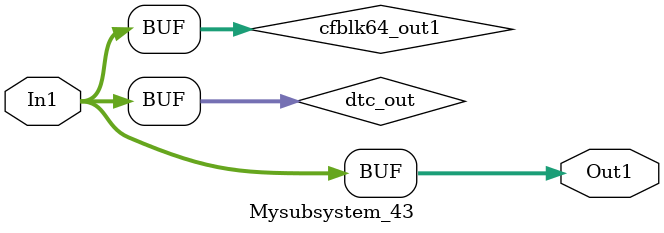
<source format=v>



`timescale 1 ns / 1 ns

module Mysubsystem_43
          (In1,
           Out1);


  input   [7:0] In1;  // uint8
  output  [7:0] Out1;  // uint8


  wire [7:0] dtc_out;  // ufix8
  wire [7:0] cfblk64_out1;  // uint8


  assign dtc_out = In1;



  assign cfblk64_out1 = dtc_out;



  assign Out1 = cfblk64_out1;

endmodule  // Mysubsystem_43


</source>
